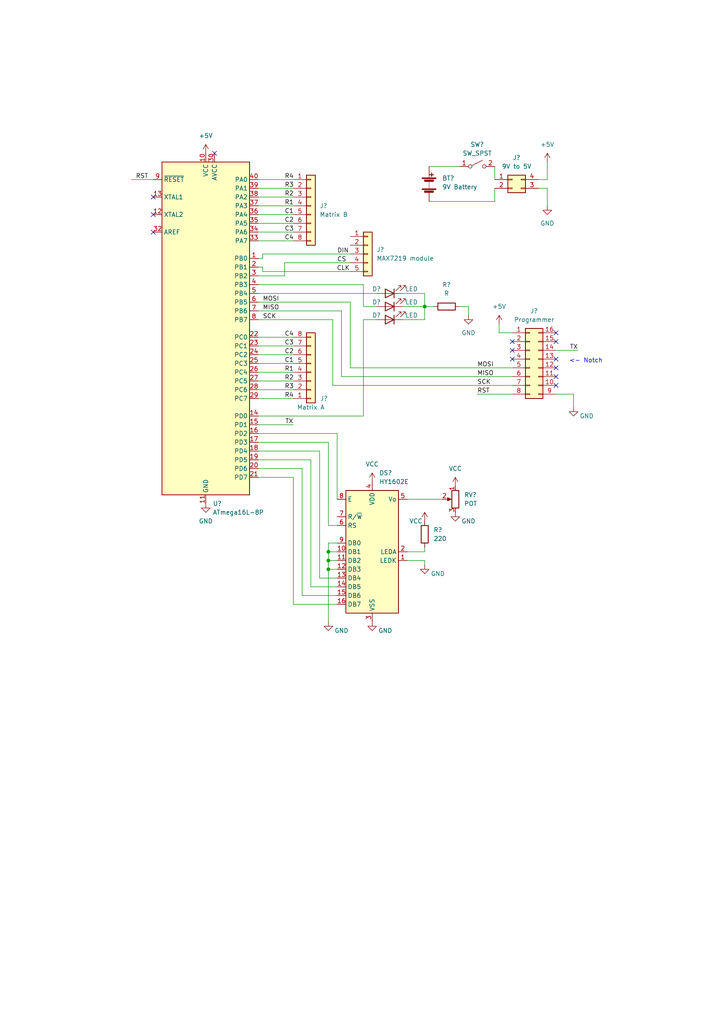
<source format=kicad_sch>
(kicad_sch (version 20211123) (generator eeschema)
  (paper "A4" portrait)
  (lib_symbols
    (symbol "Connector_Generic:Conn_01x05" (pin_names (offset 1.016) hide)
      (property "Reference" "J" (at 0 7.62 0))
      (property "Value" "Conn_01x05" (at 0 -7.62 0))
      (symbol "Conn_01x05_1_1"
        (rectangle (start -1.27 -4.953) (end 0 -5.207) (stroke (width 0.1524)))
        (rectangle (start -1.27 -2.413) (end 0 -2.667) (stroke (width 0.1524)))
        (rectangle (start -1.27 0.127) (end 0 -0.127) (stroke (width 0.1524)))
        (rectangle (start -1.27 2.667) (end 0 2.413) (stroke (width 0.1524)))
        (rectangle (start -1.27 5.207) (end 0 4.953) (stroke (width 0.1524)))
        (rectangle (start -1.27 6.35) (end 1.27 -6.35) (stroke (width 0.254)) (fill (type background)))
        (pin passive line (at -5.08 5.08 0) (length 3.81) (name "Pin_1") (number "1"))
        (pin passive line (at -5.08 2.54 0) (length 3.81) (name "Pin_2") (number "2"))
        (pin passive line (at -5.08 0 0) (length 3.81) (name "Pin_3") (number "3"))
        (pin passive line (at -5.08 -2.54 0) (length 3.81) (name "Pin_4") (number "4"))
        (pin passive line (at -5.08 -5.08 0) (length 3.81) (name "Pin_5") (number "5"))
      )
    )
    (symbol "Connector_Generic:Conn_01x08" (pin_names (offset 1.016) hide)
      (property "Reference" "J" (at 0 10.16 0))
      (property "Value" "Conn_01x08" (at 0 -12.7 0))
      (symbol "Conn_01x08_1_1"
        (rectangle (start -1.27 -10.033) (end 0 -10.287) (stroke (width 0.1524)))
        (rectangle (start -1.27 -7.493) (end 0 -7.747) (stroke (width 0.1524)))
        (rectangle (start -1.27 -4.953) (end 0 -5.207) (stroke (width 0.1524)))
        (rectangle (start -1.27 -2.413) (end 0 -2.667) (stroke (width 0.1524)))
        (rectangle (start -1.27 0.127) (end 0 -0.127) (stroke (width 0.1524)))
        (rectangle (start -1.27 2.667) (end 0 2.413) (stroke (width 0.1524)))
        (rectangle (start -1.27 5.207) (end 0 4.953) (stroke (width 0.1524)))
        (rectangle (start -1.27 7.747) (end 0 7.493) (stroke (width 0.1524)))
        (rectangle (start -1.27 8.89) (end 1.27 -11.43) (stroke (width 0.254)) (fill (type background)))
        (pin passive line (at -5.08 7.62 0) (length 3.81) (name "Pin_1") (number "1"))
        (pin passive line (at -5.08 5.08 0) (length 3.81) (name "Pin_2") (number "2"))
        (pin passive line (at -5.08 2.54 0) (length 3.81) (name "Pin_3") (number "3"))
        (pin passive line (at -5.08 0 0) (length 3.81) (name "Pin_4") (number "4"))
        (pin passive line (at -5.08 -2.54 0) (length 3.81) (name "Pin_5") (number "5"))
        (pin passive line (at -5.08 -5.08 0) (length 3.81) (name "Pin_6") (number "6"))
        (pin passive line (at -5.08 -7.62 0) (length 3.81) (name "Pin_7") (number "7"))
        (pin passive line (at -5.08 -10.16 0) (length 3.81) (name "Pin_8") (number "8"))
      )
    )
    (symbol "Connector_Generic:Conn_02x02_Counter_Clockwise" (pin_names (offset 1.016) hide)
      (property "Reference" "J" (at 1.27 2.54 0))
      (property "Value" "Conn_02x02_Counter_Clockwise" (at 1.27 -5.08 0))
      (symbol "Conn_02x02_Counter_Clockwise_1_1"
        (rectangle (start -1.27 -2.413) (end 0 -2.667) (stroke (width 0.1524)))
        (rectangle (start -1.27 0.127) (end 0 -0.127) (stroke (width 0.1524)))
        (rectangle (start -1.27 1.27) (end 3.81 -3.81) (stroke (width 0.254)) (fill (type background)))
        (rectangle (start 3.81 -2.413) (end 2.54 -2.667) (stroke (width 0.1524)))
        (rectangle (start 3.81 0.127) (end 2.54 -0.127) (stroke (width 0.1524)))
        (pin passive line (at -5.08 0 0) (length 3.81) (name "Pin_1") (number "1"))
        (pin passive line (at -5.08 -2.54 0) (length 3.81) (name "Pin_2") (number "2"))
        (pin passive line (at 7.62 -2.54 180) (length 3.81) (name "Pin_3") (number "3"))
        (pin passive line (at 7.62 0 180) (length 3.81) (name "Pin_4") (number "4"))
      )
    )
    (symbol "Connector_Generic:Conn_02x08_Counter_Clockwise" (pin_names (offset 1.016) hide)
      (property "Reference" "J" (at 1.27 10.16 0))
      (property "Value" "Conn_02x08_Counter_Clockwise" (at 1.27 -12.7 0))
      (symbol "Conn_02x08_Counter_Clockwise_1_1"
        (rectangle (start -1.27 -10.033) (end 0 -10.287) (stroke (width 0.1524)))
        (rectangle (start -1.27 -7.493) (end 0 -7.747) (stroke (width 0.1524)))
        (rectangle (start -1.27 -4.953) (end 0 -5.207) (stroke (width 0.1524)))
        (rectangle (start -1.27 -2.413) (end 0 -2.667) (stroke (width 0.1524)))
        (rectangle (start -1.27 0.127) (end 0 -0.127) (stroke (width 0.1524)))
        (rectangle (start -1.27 2.667) (end 0 2.413) (stroke (width 0.1524)))
        (rectangle (start -1.27 5.207) (end 0 4.953) (stroke (width 0.1524)))
        (rectangle (start -1.27 7.747) (end 0 7.493) (stroke (width 0.1524)))
        (rectangle (start -1.27 8.89) (end 3.81 -11.43) (stroke (width 0.254)) (fill (type background)))
        (rectangle (start 3.81 -10.033) (end 2.54 -10.287) (stroke (width 0.1524)))
        (rectangle (start 3.81 -7.493) (end 2.54 -7.747) (stroke (width 0.1524)))
        (rectangle (start 3.81 -4.953) (end 2.54 -5.207) (stroke (width 0.1524)))
        (rectangle (start 3.81 -2.413) (end 2.54 -2.667) (stroke (width 0.1524)))
        (rectangle (start 3.81 0.127) (end 2.54 -0.127) (stroke (width 0.1524)))
        (rectangle (start 3.81 2.667) (end 2.54 2.413) (stroke (width 0.1524)))
        (rectangle (start 3.81 5.207) (end 2.54 4.953) (stroke (width 0.1524)))
        (rectangle (start 3.81 7.747) (end 2.54 7.493) (stroke (width 0.1524)))
        (pin passive line (at -5.08 7.62 0) (length 3.81) (name "Pin_1") (number "1"))
        (pin passive line (at 7.62 -7.62 180) (length 3.81) (name "Pin_10") (number "10"))
        (pin passive line (at 7.62 -5.08 180) (length 3.81) (name "Pin_11") (number "11"))
        (pin passive line (at 7.62 -2.54 180) (length 3.81) (name "Pin_12") (number "12"))
        (pin passive line (at 7.62 0 180) (length 3.81) (name "Pin_13") (number "13"))
        (pin passive line (at 7.62 2.54 180) (length 3.81) (name "Pin_14") (number "14"))
        (pin passive line (at 7.62 5.08 180) (length 3.81) (name "Pin_15") (number "15"))
        (pin passive line (at 7.62 7.62 180) (length 3.81) (name "Pin_16") (number "16"))
        (pin passive line (at -5.08 5.08 0) (length 3.81) (name "Pin_2") (number "2"))
        (pin passive line (at -5.08 2.54 0) (length 3.81) (name "Pin_3") (number "3"))
        (pin passive line (at -5.08 0 0) (length 3.81) (name "Pin_4") (number "4"))
        (pin passive line (at -5.08 -2.54 0) (length 3.81) (name "Pin_5") (number "5"))
        (pin passive line (at -5.08 -5.08 0) (length 3.81) (name "Pin_6") (number "6"))
        (pin passive line (at -5.08 -7.62 0) (length 3.81) (name "Pin_7") (number "7"))
        (pin passive line (at -5.08 -10.16 0) (length 3.81) (name "Pin_8") (number "8"))
        (pin passive line (at 7.62 -10.16 180) (length 3.81) (name "Pin_9") (number "9"))
      )
    )
    (symbol "Device:Battery" (pin_numbers hide) (pin_names (offset 0) hide)
      (property "Reference" "BT" (at 2.54 2.54 0))
      (property "Value" "Battery" (at 2.54 0 0))
      (symbol "Battery_0_1"
        (rectangle (start -2.032 -1.397) (end 2.032 -1.651) (fill (type outline)))
        (rectangle (start -2.032 1.778) (end 2.032 1.524) (fill (type outline)))
        (rectangle (start -1.3208 -1.9812) (end 1.27 -2.4892) (fill (type outline)))
        (rectangle (start -1.3208 1.1938) (end 1.27 0.6858) (fill (type outline)))
        (polyline (pts (xy 0 -1.524) (xy 0 -1.27)))
        (polyline (pts (xy 0 -1.016) (xy 0 -0.762)))
        (polyline (pts (xy 0 -0.508) (xy 0 -0.254)))
        (polyline (pts (xy 0 0) (xy 0 0.254)))
        (polyline (pts (xy 0 0.508) (xy 0 0.762)))
        (polyline (pts (xy 0 1.778) (xy 0 2.54)))
        (polyline (pts (xy 0.254 2.667) (xy 1.27 2.667)) (stroke (width 0.254)))
        (polyline (pts (xy 0.762 3.175) (xy 0.762 2.159)) (stroke (width 0.254)))
      )
      (symbol "Battery_1_1"
        (pin passive line (at 0 5.08 270) (length 2.54) (name "+") (number "1"))
        (pin passive line (at 0 -5.08 90) (length 2.54) (name "-") (number "2"))
      )
    )
    (symbol "Device:LED" (pin_numbers hide) (pin_names (offset 1.016) hide)
      (property "Reference" "D" (at 0 2.54 0))
      (property "Value" "LED" (at 0 -2.54 0))
      (symbol "LED_0_1"
        (polyline (pts (xy -1.27 -1.27) (xy -1.27 1.27)) (stroke (width 0.254)))
        (polyline (pts (xy -1.27 0) (xy 1.27 0)))
        (polyline (pts (xy 1.27 -1.27) (xy 1.27 1.27) (xy -1.27 0) (xy 1.27 -1.27)) (stroke (width 0.254)))
        (polyline (pts (xy -3.048 -0.762) (xy -4.572 -2.286) (xy -3.81 -2.286) (xy -4.572 -2.286) (xy -4.572 -1.524)))
        (polyline (pts (xy -1.778 -0.762) (xy -3.302 -2.286) (xy -2.54 -2.286) (xy -3.302 -2.286) (xy -3.302 -1.524)))
      )
      (symbol "LED_1_1"
        (pin passive line (at -3.81 0 0) (length 2.54) (name "K") (number "1"))
        (pin passive line (at 3.81 0 180) (length 2.54) (name "A") (number "2"))
      )
    )
    (symbol "Device:R" (pin_numbers hide) (pin_names (offset 0))
      (property "Reference" "R" (at 2.032 0 90))
      (property "Value" "R" (at 0 0 90))
      (symbol "R_0_1"
        (rectangle (start -1.016 -2.54) (end 1.016 2.54) (stroke (width 0.254)))
      )
      (symbol "R_1_1"
        (pin passive line (at 0 3.81 270) (length 1.27) (name "~") (number "1"))
        (pin passive line (at 0 -3.81 90) (length 1.27) (name "~") (number "2"))
      )
    )
    (symbol "Device:R_Potentiometer" (pin_names (offset 1.016) hide)
      (property "Reference" "RV" (at -4.445 0 90))
      (property "Value" "R_Potentiometer" (at -2.54 0 90))
      (symbol "R_Potentiometer_0_1"
        (polyline (pts (xy 2.54 0) (xy 1.524 0)))
        (polyline (pts (xy 1.143 0) (xy 2.286 0.508) (xy 2.286 -0.508) (xy 1.143 0)) (fill (type outline)))
        (rectangle (start 1.016 2.54) (end -1.016 -2.54) (stroke (width 0.254)))
      )
      (symbol "R_Potentiometer_1_1"
        (pin passive line (at 0 3.81 270) (length 1.27) (name "1") (number "1"))
        (pin passive line (at 3.81 0 180) (length 1.27) (name "2") (number "2"))
        (pin passive line (at 0 -3.81 90) (length 1.27) (name "3") (number "3"))
      )
    )
    (symbol "Display_Character:HY1602E"
      (property "Reference" "DS" (at -6.096 19.05 0))
      (property "Value" "HY1602E" (at 5.08 19.05 0))
      (symbol "HY1602E_0_1"
        (rectangle (start -7.62 17.78) (end 7.62 -17.78) (stroke (width 0.254)) (fill (type background)))
      )
      (symbol "HY1602E_1_1"
        (pin passive line (at 10.16 -2.54 180) (length 2.54) (name "LEDK") (number "1"))
        (pin bidirectional line (at -10.16 0 0) (length 2.54) (name "DB1") (number "10"))
        (pin bidirectional line (at -10.16 -2.54 0) (length 2.54) (name "DB2") (number "11"))
        (pin bidirectional line (at -10.16 -5.08 0) (length 2.54) (name "DB3") (number "12"))
        (pin bidirectional line (at -10.16 -7.62 0) (length 2.54) (name "DB4") (number "13"))
        (pin bidirectional line (at -10.16 -10.16 0) (length 2.54) (name "DB5") (number "14"))
        (pin bidirectional line (at -10.16 -12.7 0) (length 2.54) (name "DB6") (number "15"))
        (pin bidirectional line (at -10.16 -15.24 0) (length 2.54) (name "DB7") (number "16"))
        (pin passive line (at 10.16 0 180) (length 2.54) (name "LEDA") (number "2"))
        (pin power_in line (at 0 -20.32 90) (length 2.54) (name "VSS") (number "3"))
        (pin power_in line (at 0 20.32 270) (length 2.54) (name "VDD") (number "4"))
        (pin input line (at 10.16 15.24 180) (length 2.54) (name "Vo") (number "5"))
        (pin input line (at -10.16 7.62 0) (length 2.54) (name "RS") (number "6"))
        (pin input line (at -10.16 10.16 0) (length 2.54) (name "R/~{W}") (number "7"))
        (pin input line (at -10.16 15.24 0) (length 2.54) (name "E") (number "8"))
        (pin bidirectional line (at -10.16 2.54 0) (length 2.54) (name "DB0") (number "9"))
      )
    )
    (symbol "MCU_Microchip_ATmega:ATmega16L-8P"
      (property "Reference" "U" (at -12.7 49.53 0))
      (property "Value" "ATmega16L-8P" (at 2.54 -49.53 0))
      (symbol "ATmega16L-8P_0_1"
        (rectangle (start -12.7 -48.26) (end 12.7 48.26) (stroke (width 0.254)) (fill (type background)))
      )
      (symbol "ATmega16L-8P_1_1"
        (pin bidirectional line (at 15.24 20.32 180) (length 2.54) (name "PB0") (number "1"))
        (pin power_in line (at 0 50.8 270) (length 2.54) (name "VCC") (number "10"))
        (pin power_in line (at 0 -50.8 90) (length 2.54) (name "GND") (number "11"))
        (pin output line (at -15.24 33.02 0) (length 2.54) (name "XTAL2") (number "12"))
        (pin input line (at -15.24 38.1 0) (length 2.54) (name "XTAL1") (number "13"))
        (pin bidirectional line (at 15.24 -25.4 180) (length 2.54) (name "PD0") (number "14"))
        (pin bidirectional line (at 15.24 -27.94 180) (length 2.54) (name "PD1") (number "15"))
        (pin bidirectional line (at 15.24 -30.48 180) (length 2.54) (name "PD2") (number "16"))
        (pin bidirectional line (at 15.24 -33.02 180) (length 2.54) (name "PD3") (number "17"))
        (pin bidirectional line (at 15.24 -35.56 180) (length 2.54) (name "PD4") (number "18"))
        (pin bidirectional line (at 15.24 -38.1 180) (length 2.54) (name "PD5") (number "19"))
        (pin bidirectional line (at 15.24 17.78 180) (length 2.54) (name "PB1") (number "2"))
        (pin bidirectional line (at 15.24 -40.64 180) (length 2.54) (name "PD6") (number "20"))
        (pin bidirectional line (at 15.24 -43.18 180) (length 2.54) (name "PD7") (number "21"))
        (pin bidirectional line (at 15.24 -2.54 180) (length 2.54) (name "PC0") (number "22"))
        (pin bidirectional line (at 15.24 -5.08 180) (length 2.54) (name "PC1") (number "23"))
        (pin bidirectional line (at 15.24 -7.62 180) (length 2.54) (name "PC2") (number "24"))
        (pin bidirectional line (at 15.24 -10.16 180) (length 2.54) (name "PC3") (number "25"))
        (pin bidirectional line (at 15.24 -12.7 180) (length 2.54) (name "PC4") (number "26"))
        (pin bidirectional line (at 15.24 -15.24 180) (length 2.54) (name "PC5") (number "27"))
        (pin bidirectional line (at 15.24 -17.78 180) (length 2.54) (name "PC6") (number "28"))
        (pin bidirectional line (at 15.24 -20.32 180) (length 2.54) (name "PC7") (number "29"))
        (pin bidirectional line (at 15.24 15.24 180) (length 2.54) (name "PB2") (number "3"))
        (pin power_in line (at 2.54 50.8 270) (length 2.54) (name "AVCC") (number "30"))
        (pin passive line (at 0 -50.8 90) (length 2.54) hide (name "GND") (number "31"))
        (pin passive line (at -15.24 27.94 0) (length 2.54) (name "AREF") (number "32"))
        (pin bidirectional line (at 15.24 25.4 180) (length 2.54) (name "PA7") (number "33"))
        (pin bidirectional line (at 15.24 27.94 180) (length 2.54) (name "PA6") (number "34"))
        (pin bidirectional line (at 15.24 30.48 180) (length 2.54) (name "PA5") (number "35"))
        (pin bidirectional line (at 15.24 33.02 180) (length 2.54) (name "PA4") (number "36"))
        (pin bidirectional line (at 15.24 35.56 180) (length 2.54) (name "PA3") (number "37"))
        (pin bidirectional line (at 15.24 38.1 180) (length 2.54) (name "PA2") (number "38"))
        (pin bidirectional line (at 15.24 40.64 180) (length 2.54) (name "PA1") (number "39"))
        (pin bidirectional line (at 15.24 12.7 180) (length 2.54) (name "PB3") (number "4"))
        (pin bidirectional line (at 15.24 43.18 180) (length 2.54) (name "PA0") (number "40"))
        (pin bidirectional line (at 15.24 10.16 180) (length 2.54) (name "PB4") (number "5"))
        (pin bidirectional line (at 15.24 7.62 180) (length 2.54) (name "PB5") (number "6"))
        (pin bidirectional line (at 15.24 5.08 180) (length 2.54) (name "PB6") (number "7"))
        (pin bidirectional line (at 15.24 2.54 180) (length 2.54) (name "PB7") (number "8"))
        (pin input line (at -15.24 43.18 0) (length 2.54) (name "~{RESET}") (number "9"))
      )
    )
    (symbol "Switch:SW_SPST" (pin_names (offset 0) hide)
      (property "Reference" "SW" (at 0 3.175 0))
      (property "Value" "SW_SPST" (at 0 -2.54 0))
      (symbol "SW_SPST_0_0"
        (circle (center -2.032 0) (radius 0.508))
        (polyline (pts (xy -1.524 0.254) (xy 1.524 1.778)))
        (circle (center 2.032 0) (radius 0.508))
      )
      (symbol "SW_SPST_1_1"
        (pin passive line (at -5.08 0 0) (length 2.54) (name "A") (number "1"))
        (pin passive line (at 5.08 0 180) (length 2.54) (name "B") (number "2"))
      )
    )
    (symbol "power:+5V" (power) (pin_names (offset 0))
      (property "Value" "+5V" (at 0 3.556 0))
      (symbol "+5V_0_1"
        (polyline (pts (xy -0.762 1.27) (xy 0 2.54)))
        (polyline (pts (xy 0 0) (xy 0 2.54)))
        (polyline (pts (xy 0 2.54) (xy 0.762 1.27)))
      )
      (symbol "+5V_1_1"
        (pin power_in line (at 0 0 90) (length 0) hide (name "+5V") (number "1"))
      )
    )
    (symbol "power:GND" (power) (pin_names (offset 0))
      (property "Value" "GND" (at 0 -3.81 0))
      (symbol "GND_0_1"
        (polyline (pts (xy 0 0) (xy 0 -1.27) (xy 1.27 -1.27) (xy 0 -2.54) (xy -1.27 -1.27) (xy 0 -1.27)))
      )
      (symbol "GND_1_1"
        (pin power_in line (at 0 0 270) (length 0) hide (name "GND") (number "1"))
      )
    )
    (symbol "power:VCC" (power) (pin_names (offset 0))
      (property "Value" "VCC" (at 0 3.81 0))
      (symbol "VCC_0_1"
        (polyline (pts (xy -0.762 1.27) (xy 0 2.54)))
        (polyline (pts (xy 0 0) (xy 0 2.54)))
        (polyline (pts (xy 0 2.54) (xy 0.762 1.27)))
      )
      (symbol "VCC_1_1"
        (pin power_in line (at 0 0 90) (length 0) hide (name "VCC") (number "1"))
      )
    )
  )
  (junction (at 95.25 160.02))
  (junction (at 95.25 162.56))
  (junction (at 123.19 88.9))
  (junction (at 95.25 165.1))
  (no_connect (at 161.29 111.76))
  (no_connect (at 44.45 67.31))
  (no_connect (at 44.45 62.23))
  (no_connect (at 44.45 57.15))
  (no_connect (at 161.29 104.14))
  (no_connect (at 161.29 96.52))
  (no_connect (at 148.59 104.14))
  (no_connect (at 161.29 109.22))
  (no_connect (at 161.29 99.06))
  (no_connect (at 148.59 101.6))
  (no_connect (at 161.29 106.68))
  (no_connect (at 148.59 99.06))
  (no_connect (at 62.23 44.45))
  (wire (pts (xy 74.93 87.63) (xy 101.6 87.63)))
  (wire (pts (xy 95.25 157.48) (xy 97.79 157.48)))
  (wire (pts (xy 82.55 80.01) (xy 82.55 76.2)))
  (wire (pts (xy 74.93 54.61) (xy 85.09 54.61)))
  (wire (pts (xy 90.17 133.35) (xy 90.17 170.18)))
  (wire (pts (xy 74.93 57.15) (xy 85.09 57.15)))
  (wire (pts (xy 143.51 54.61) (xy 143.51 58.42)))
  (wire (pts (xy 74.93 64.77) (xy 85.09 64.77)))
  (wire (pts (xy 74.93 120.65) (xy 105.41 120.65)))
  (wire (pts (xy 158.75 54.61) (xy 158.75 59.69)))
  (wire (pts (xy 123.19 163.83) (xy 123.19 162.56)))
  (wire (pts (xy 74.93 90.17) (xy 99.06 90.17)))
  (wire (pts (xy 74.93 102.87) (xy 85.09 102.87)))
  (wire (pts (xy 124.46 48.26) (xy 133.35 48.26)))
  (wire (pts (xy 105.41 120.65) (xy 105.41 92.71)))
  (wire (pts (xy 123.19 88.9) (xy 125.73 88.9)))
  (wire (pts (xy 87.63 172.72) (xy 97.79 172.72)))
  (wire (pts (xy 167.64 101.6) (xy 161.29 101.6)))
  (wire (pts (xy 74.93 110.49) (xy 85.09 110.49)))
  (wire (pts (xy 135.89 88.9) (xy 133.35 88.9)))
  (wire (pts (xy 105.41 88.9) (xy 109.22 88.9)))
  (wire (pts (xy 95.25 128.27) (xy 95.25 152.4)))
  (wire (pts (xy 74.93 77.47) (xy 76.2 77.47)))
  (wire (pts (xy 166.37 118.11) (xy 166.37 114.3)))
  (wire (pts (xy 116.84 85.09) (xy 123.19 85.09)))
  (wire (pts (xy 105.41 82.55) (xy 105.41 88.9)))
  (wire (pts (xy 76.2 77.47) (xy 76.2 78.74)))
  (wire (pts (xy 74.93 92.71) (xy 96.52 92.71)))
  (wire (pts (xy 74.93 113.03) (xy 85.09 113.03)))
  (wire (pts (xy 74.93 135.89) (xy 87.63 135.89)))
  (wire (pts (xy 97.79 125.73) (xy 97.79 144.78)))
  (wire (pts (xy 74.93 52.07) (xy 85.09 52.07)))
  (wire (pts (xy 85.09 175.26) (xy 97.79 175.26)))
  (wire (pts (xy 105.41 92.71) (xy 109.22 92.71)))
  (wire (pts (xy 96.52 111.76) (xy 148.59 111.76)))
  (wire (pts (xy 74.93 130.81) (xy 92.71 130.81)))
  (wire (pts (xy 95.25 180.34) (xy 95.25 165.1)))
  (wire (pts (xy 74.93 133.35) (xy 90.17 133.35)))
  (wire (pts (xy 74.93 115.57) (xy 85.09 115.57)))
  (wire (pts (xy 95.25 165.1) (xy 97.79 165.1)))
  (wire (pts (xy 74.93 59.69) (xy 85.09 59.69)))
  (wire (pts (xy 156.21 52.07) (xy 158.75 52.07)))
  (wire (pts (xy 123.19 85.09) (xy 123.19 88.9)))
  (wire (pts (xy 116.84 88.9) (xy 123.19 88.9)))
  (wire (pts (xy 101.6 87.63) (xy 101.6 106.68)))
  (wire (pts (xy 85.09 138.43) (xy 85.09 175.26)))
  (wire (pts (xy 166.37 114.3) (xy 161.29 114.3)))
  (wire (pts (xy 74.93 128.27) (xy 95.25 128.27)))
  (wire (pts (xy 116.84 92.71) (xy 123.19 92.71)))
  (wire (pts (xy 143.51 48.26) (xy 143.51 52.07)))
  (wire (pts (xy 92.71 167.64) (xy 97.79 167.64)))
  (wire (pts (xy 74.93 97.79) (xy 85.09 97.79)))
  (wire (pts (xy 74.93 107.95) (xy 85.09 107.95)))
  (wire (pts (xy 95.25 162.56) (xy 95.25 160.02)))
  (wire (pts (xy 76.2 73.66) (xy 76.2 74.93)))
  (wire (pts (xy 156.21 54.61) (xy 158.75 54.61)))
  (wire (pts (xy 74.93 100.33) (xy 85.09 100.33)))
  (wire (pts (xy 118.11 160.02) (xy 123.19 160.02)))
  (wire (pts (xy 74.93 125.73) (xy 97.79 125.73)))
  (wire (pts (xy 123.19 160.02) (xy 123.19 158.75)))
  (wire (pts (xy 144.78 93.98) (xy 144.78 96.52)))
  (wire (pts (xy 99.06 109.22) (xy 148.59 109.22)))
  (wire (pts (xy 123.19 92.71) (xy 123.19 88.9)))
  (wire (pts (xy 74.93 85.09) (xy 109.22 85.09)))
  (wire (pts (xy 74.93 105.41) (xy 85.09 105.41)))
  (wire (pts (xy 74.93 138.43) (xy 85.09 138.43)))
  (wire (pts (xy 92.71 130.81) (xy 92.71 167.64)))
  (wire (pts (xy 138.43 114.3) (xy 148.59 114.3)))
  (wire (pts (xy 95.25 152.4) (xy 97.79 152.4)))
  (wire (pts (xy 158.75 46.99) (xy 158.75 52.07)))
  (wire (pts (xy 95.25 165.1) (xy 95.25 162.56)))
  (wire (pts (xy 90.17 170.18) (xy 97.79 170.18)))
  (wire (pts (xy 74.93 62.23) (xy 85.09 62.23)))
  (wire (pts (xy 96.52 92.71) (xy 96.52 111.76)))
  (wire (pts (xy 135.89 91.44) (xy 135.89 88.9)))
  (wire (pts (xy 74.93 67.31) (xy 85.09 67.31)))
  (wire (pts (xy 87.63 135.89) (xy 87.63 172.72)))
  (wire (pts (xy 76.2 78.74) (xy 101.6 78.74)))
  (wire (pts (xy 74.93 69.85) (xy 85.09 69.85)))
  (wire (pts (xy 38.1 52.07) (xy 44.45 52.07)))
  (wire (pts (xy 101.6 73.66) (xy 76.2 73.66)))
  (wire (pts (xy 95.25 160.02) (xy 97.79 160.02)))
  (wire (pts (xy 118.11 144.78) (xy 128.27 144.78)))
  (wire (pts (xy 123.19 162.56) (xy 118.11 162.56)))
  (wire (pts (xy 76.2 74.93) (xy 74.93 74.93)))
  (wire (pts (xy 74.93 82.55) (xy 105.41 82.55)))
  (wire (pts (xy 101.6 106.68) (xy 148.59 106.68)))
  (wire (pts (xy 144.78 96.52) (xy 148.59 96.52)))
  (wire (pts (xy 143.51 58.42) (xy 124.46 58.42)))
  (wire (pts (xy 95.25 160.02) (xy 95.25 157.48)))
  (wire (pts (xy 82.55 76.2) (xy 101.6 76.2)))
  (wire (pts (xy 99.06 90.17) (xy 99.06 109.22)))
  (wire (pts (xy 95.25 162.56) (xy 97.79 162.56)))
  (wire (pts (xy 85.09 123.19) (xy 74.93 123.19)))
  (wire (pts (xy 74.93 80.01) (xy 82.55 80.01)))
  (text "<- Notch" (at 165.1 105.41 0) (effects (font (size 1.27 1.27)) (justify left bottom)))
  (label "SCK" (at 76.2 92.71 0))
  (label "C3" (at 82.55 100.33 0))
  (label "R3" (at 82.55 54.61 0))
  (label "C3" (at 82.55 67.31 0))
  (label "C4" (at 82.55 69.85 0))
  (label "C1" (at 82.55 62.23 0))
  (label "MISO" (at 76.2 90.17 0))
  (label "TX" (at 85.09 123.19 180))
  (label "C2" (at 82.55 64.77 0))
  (label "CLK" (at 97.687 78.74 0))
  (label "R2" (at 82.55 110.49 0))
  (label "C2" (at 82.55 102.87 0))
  (label "R2" (at 82.55 57.15 0))
  (label "C1" (at 82.55 105.41 0))
  (label "MOSI" (at 76.2 87.63 0))
  (label "DIN" (at 97.79 73.66 0))
  (label "R1" (at 82.55 107.95 0))
  (label "R4" (at 82.55 52.07 0))
  (label "CS" (at 97.79 76.2 0))
  (label "SCK" (at 138.43 111.76 0))
  (label "R4" (at 82.55 115.57 0))
  (label "RST" (at 39.37 52.07 0))
  (label "MOSI" (at 138.43 106.68 0))
  (label "RST" (at 138.43 114.3 0))
  (label "MISO" (at 138.43 109.22 0))
  (label "R3" (at 82.55 113.03 0))
  (label "TX" (at 167.64 101.6 180))
  (label "C4" (at 82.55 97.79 0))
  (label "R1" (at 82.55 59.69 0))
  (symbol (lib_id "power:GND") (at 158.75 59.69 0) (unit 1)
    (property "Reference" "#PWR?" (effects hide))
    (property "Value" "GND" (at 158.75 64.77 0))
  )
  (symbol (lib_id "Display_Character:HY1602E") (at 107.95 160.02 0) (unit 1)
    (property "Reference" "DS?" (at 109.9694 137.16 0) (effects (justify left)))
    (property "Value" "HY1602E" (at 109.9694 139.7 0) (effects (justify left)))
    (property "Footprint" "Display:HY1602E" (effects hide))
    (property "Datasheet" "http://www.icbank.com/data/ICBShop/board/HY1602E.pdf" (effects hide))
  )
  (symbol (lib_id "power:GND") (at 95.25 180.34 0) (unit 1)
    (property "Reference" "#PWR?" (effects hide))
    (property "Value" "GND" (at 99.06 182.88 0))
  )
  (symbol (lib_id "Device:LED") (at 113.03 88.9 180) (unit 1)
    (property "Reference" "D?" (at 109.22 87.63 0))
    (property "Value" "LED" (at 119.38 87.63 0))
  )
  (symbol (lib_id "MCU_Microchip_ATmega:ATmega16L-8P") (at 59.69 95.25 0) (unit 1)
    (property "Reference" "U?" (at 61.7094 146.05 0) (effects (justify left)))
    (property "Value" "ATmega16L-8P" (at 61.7094 148.59 0) (effects (justify left)))
    (property "Footprint" "Package_DIP:DIP-40_W15.24mm" (effects hide))
    (property "Datasheet" "http://ww1.microchip.com/downloads/en/DeviceDoc/doc2466.pdf" (effects hide))
  )
  (symbol (lib_id "power:GND") (at 135.89 91.44 0) (unit 1)
    (property "Reference" "#PWR?" (effects hide))
    (property "Value" "GND" (at 135.89 96.52 0))
  )
  (symbol (lib_id "Device:LED") (at 113.03 92.71 180) (unit 1)
    (property "Reference" "D?" (at 109.22 91.44 0))
    (property "Value" "LED" (at 119.38 91.44 0))
  )
  (symbol (lib_id "power:GND") (at 107.95 180.34 0) (unit 1)
    (property "Reference" "#PWR?" (effects hide))
    (property "Value" "GND" (at 111.76 182.88 0))
  )
  (symbol (lib_id "Device:LED") (at 113.03 85.09 180) (unit 1)
    (property "Reference" "D?" (at 109.22 83.82 0))
    (property "Value" "LED" (at 119.38 83.82 0))
  )
  (symbol (lib_id "Device:R") (at 123.19 154.94 180) (unit 1)
    (property "Reference" "R?" (at 125.73 153.6699 0) (effects (justify right)))
    (property "Value" "220" (at 125.73 156.2099 0) (effects (justify right)))
  )
  (symbol (lib_id "power:VCC") (at 107.95 139.7 0) (unit 1)
    (property "Reference" "#PWR?" (effects hide))
    (property "Value" "VCC" (at 107.95 134.62 0))
  )
  (symbol (lib_id "power:VCC") (at 132.08 140.97 0) (unit 1)
    (property "Reference" "#PWR?" (effects hide))
    (property "Value" "VCC" (at 132.08 135.89 0))
  )
  (symbol (lib_id "Connector_Generic:Conn_02x08_Counter_Clockwise") (at 153.67 104.14 0) (unit 1)
    (property "Reference" "J?" (at 154.94 90.17 0))
    (property "Value" "Programmer" (at 154.94 92.71 0))
  )
  (symbol (lib_id "power:VCC") (at 123.19 151.13 0) (unit 1)
    (property "Reference" "#PWR?" (effects hide))
    (property "Value" "VCC" (at 120.65 151.13 0))
  )
  (symbol (lib_id "power:GND") (at 59.69 146.05 0) (unit 1)
    (property "Reference" "#PWR?" (effects hide))
    (property "Value" "GND" (at 59.69 151.13 0))
  )
  (symbol (lib_id "power:GND") (at 132.08 148.59 0) (unit 1)
    (property "Reference" "#PWR?" (effects hide))
    (property "Value" "GND" (at 135.89 151.13 0))
  )
  (symbol (lib_id "Device:Battery") (at 124.46 53.34 0) (unit 1)
    (property "Reference" "BT?" (at 128.27 51.6889 0) (effects (justify left)))
    (property "Value" "9V Battery" (at 128.27 54.2289 0) (effects (justify left)))
  )
  (symbol (lib_id "Connector_Generic:Conn_02x02_Counter_Clockwise") (at 148.59 52.07 0) (unit 1)
    (property "Reference" "J?" (at 149.86 45.72 0))
    (property "Value" "9V to 5V" (at 149.86 48.26 0))
  )
  (symbol (lib_id "power:+5V") (at 144.78 93.98 0) (unit 1)
    (property "Reference" "#PWR?" (effects hide))
    (property "Value" "+5V" (at 144.78 88.9 0))
  )
  (symbol (lib_id "Connector_Generic:Conn_01x08") (at 90.17 59.69 0) (unit 1)
    (property "Reference" "J?" (at 92.71 59.6899 0) (effects (justify left)))
    (property "Value" "Matrix B" (at 92.71 62.2299 0) (effects (justify left)))
  )
  (symbol (lib_id "power:+5V") (at 59.69 44.45 0) (unit 1)
    (property "Reference" "#PWR?" (effects hide))
    (property "Value" "+5V" (at 59.69 39.37 0))
  )
  (symbol (lib_id "power:GND") (at 166.37 118.11 0) (unit 1)
    (property "Reference" "#PWR?" (effects hide))
    (property "Value" "GND" (at 170.18 120.65 0))
  )
  (symbol (lib_id "Device:R_Potentiometer") (at 132.08 144.78 0) (mirror y) (unit 1)
    (property "Reference" "RV?" (at 134.62 143.5099 0) (effects (justify right)))
    (property "Value" "POT" (at 134.62 146.0499 0) (effects (justify right)))
  )
  (symbol (lib_id "Device:R") (at 129.54 88.9 90) (unit 1)
    (property "Reference" "R?" (at 129.54 82.55 90))
    (property "Value" "R" (at 129.54 85.09 90))
  )
  (symbol (lib_id "Connector_Generic:Conn_01x05") (at 106.68 73.66 0) (unit 1)
    (property "Reference" "J?" (at 109.22 72.3899 0) (effects (justify left)))
    (property "Value" "MAX7219 module" (at 109.22 74.9299 0) (effects (justify left)))
  )
  (symbol (lib_id "power:GND") (at 123.19 163.83 0) (unit 1)
    (property "Reference" "#PWR?" (effects hide))
    (property "Value" "GND" (at 127 166.37 0))
  )
  (symbol (lib_id "Connector_Generic:Conn_01x08") (at 90.17 107.95 0) (mirror x) (unit 1)
    (property "Reference" "J?" (at 93.98 115.57 0))
    (property "Value" "Matrix A" (at 90.17 118.11 0))
  )
  (symbol (lib_id "power:+5V") (at 158.75 46.99 0) (unit 1)
    (property "Reference" "#PWR?" (effects hide))
    (property "Value" "+5V" (at 158.75 41.91 0))
  )
  (symbol (lib_id "Switch:SW_SPST") (at 138.43 48.26 0) (unit 1)
    (property "Reference" "SW?" (at 138.43 41.91 0))
    (property "Value" "SW_SPST" (at 138.43 44.45 0))
  )
)
</source>
